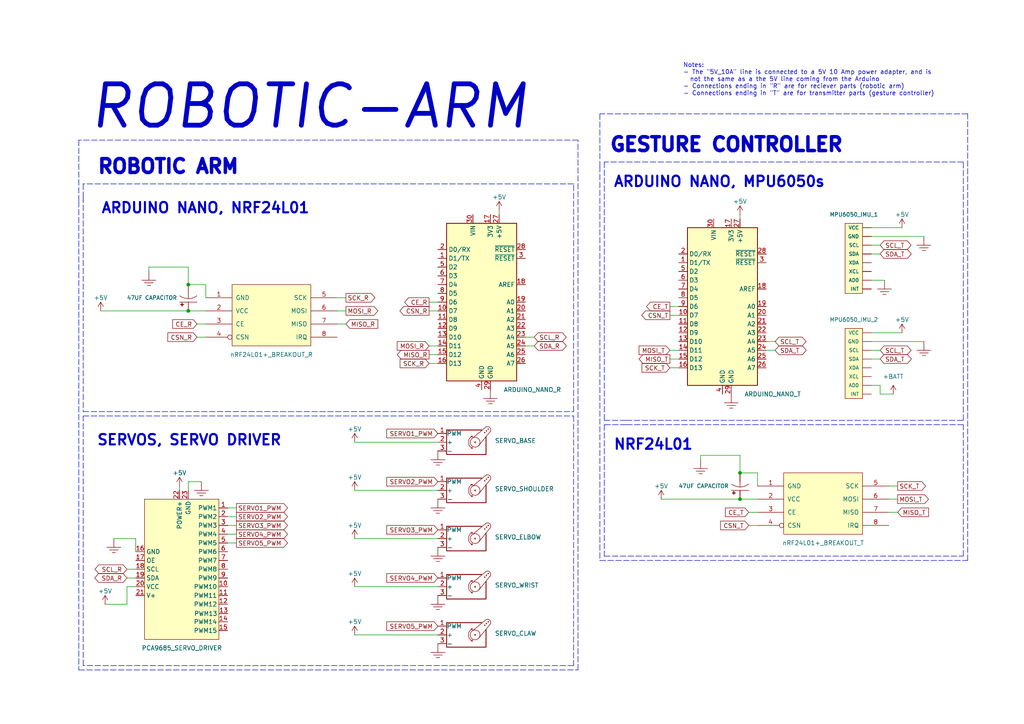
<source format=kicad_sch>
(kicad_sch (version 20211123) (generator eeschema)
  (paper "A4")
  (title_block (title "Robotic-Arm") (date "2023-02-28") (rev "1") (comment 4 "Ashish Agrahari"))
  (lib_symbols
    (symbol "+5V_2" (power) (pin_names (offset 0))
      (property "Value" "+5V_2" (at 0 3.81 0))
      (symbol "+5V_2_0_1"
        (polyline (pts (xy -0.762 1.27) (xy 0 2.54)))
        (polyline (pts (xy 0 0) (xy 0 2.54)))
        (polyline (pts (xy 0 2.54) (xy 0.762 1.27)))
      )
      (symbol "+5V_2_1_1"
        (pin power_in line (at 0 0 90) (length 0) hide (name "+5V") (number "1"))
      )
    )
    (symbol "+5V_3" (power) (pin_names (offset 0))
      (property "Value" "+5V_3" (at 0 3.81 0))
      (symbol "+5V_3_0_1"
        (polyline (pts (xy -0.762 1.27) (xy 0 2.54)))
        (polyline (pts (xy 0 0) (xy 0 2.54)))
        (polyline (pts (xy 0 2.54) (xy 0.762 1.27)))
      )
      (symbol "+5V_3_1_1"
        (pin power_in line (at 0 0 90) (length 0) hide (name "+5V") (number "1"))
      )
    )
    (symbol "+5V_4" (power) (pin_names (offset 0))
      (property "Value" "+5V_4" (at 0 3.81 0))
      (symbol "+5V_4_0_1"
        (polyline (pts (xy -0.762 1.27) (xy 0 2.54)))
        (polyline (pts (xy 0 0) (xy 0 2.54)))
        (polyline (pts (xy 0 2.54) (xy 0.762 1.27)))
      )
      (symbol "+5V_4_1_1"
        (pin power_in line (at 0 0 90) (length 0) hide (name "+5V") (number "1"))
      )
    )
    (symbol "+BATT_2" (power) (pin_names (offset 0))
      (property "Value" "+BATT_2" (at 0 5.08 0))
      (symbol "+BATT_2_0_1"
        (polyline (pts (xy -0.762 1.27) (xy 0 2.54)))
        (polyline (pts (xy 0 0) (xy 0 2.54)))
        (polyline (pts (xy 0 2.54) (xy 0.762 1.27)))
      )
      (symbol "+BATT_2_1_1"
        (pin power_in line (at 0 0 90) (length 0) hide (name "+BATT") (number "1"))
      )
    )
    (symbol "AA_Custom_Components:GND" (power) (pin_numbers hide) (pin_names (offset 1.016) hide)
      (symbol "GND_1_0"
        (polyline (pts (xy -2.032 -2.54) (xy 2.032 -2.54)))
        (polyline (pts (xy -1.27 -3.302) (xy 1.27 -3.302)))
        (polyline (pts (xy -0.508 -4.064) (xy 0.508 -4.064)))
        (polyline (pts (xy 0 0) (xy 0 -2.54)))
      )
      (symbol "GND_1_1"
        (pin power_in line (at 0 0 270) (length 0) hide (name "GND") (number "~"))
      )
    )
    (symbol "AA_Custom_Components:MPU6050_IMU" (pin_numbers hide) (pin_names (offset 1.016))
      (property "Reference" "J" (at -1.27 10.16 0))
      (property "Value" "MPU6050_IMU" (at 0 -15.24 0))
      (symbol "MPU6050_IMU_0_1"
        (rectangle (start -3.81 8.89) (end 1.27 -11.43) (fill (type background)))
      )
      (symbol "MPU6050_IMU_1_1"
        (pin input line (at 3.81 -7.62 180) (length 2.54) (name "AD0") (number "1"))
        (pin input line (at 3.81 -10.16 180) (length 2.54) (name "INT") (number "1"))
        (pin output line (at 3.81 -5.08 180) (length 2.54) (name "XCL") (number "2"))
        (pin passive line (at 3.81 0 180) (length 2.54) (name "SDA") (number "3"))
        (pin passive line (at 3.81 2.54 180) (length 2.54) (name "SCL") (number "4"))
        (pin power_out line (at 3.81 -2.54 180) (length 2.54) (name "XDA") (number "5"))
        (pin power_in line (at 3.81 5.08 180) (length 2.54) (name "GND") (number "6"))
        (pin power_in line (at 3.81 7.62 180) (length 2.54) (name "VCC") (number "7"))
      )
    )
    (symbol "AA_Custom_Components:PCA9685_SERVO_DRIVER"
      (property "Reference" "U" (at 0 0 0))
      (property "Value" "PCA9685_SERVO_DRIVER" (at 0 0 0))
      (symbol "PCA9685_SERVO_DRIVER_0_1"
        (rectangle (start -13.97 -10.16) (end 7.62 -50.8) (fill (type background)))
      )
      (symbol "PCA9685_SERVO_DRIVER_1_1"
        (pin input line (at 10.16 -12.7 180) (length 2.54) (name "PWM1") (number "1"))
        (pin input line (at 10.16 -35.56 180) (length 2.54) (name "PWM10") (number "10"))
        (pin input line (at 10.16 -38.1 180) (length 2.54) (name "PWM11") (number "11"))
        (pin input line (at 10.16 -40.64 180) (length 2.54) (name "PWM12") (number "12"))
        (pin input line (at 10.2446 -43.3471 180) (length 2.54) (name "PWM13") (number "13"))
        (pin input line (at 10.16 -45.72 180) (length 2.54) (name "PWM14") (number "14"))
        (pin input line (at 10.16 -48.26 180) (length 2.54) (name "PWM15") (number "15"))
        (pin input line (at -16.51 -25.4 0) (length 2.54) (name "GND") (number "16"))
        (pin input line (at -16.51 -27.94 0) (length 2.54) (name "OE") (number "17"))
        (pin input line (at -16.51 -30.48 0) (length 2.54) (name "SCL") (number "18"))
        (pin input line (at -16.51 -33.02 0) (length 2.54) (name "SDA") (number "19"))
        (pin input line (at 10.16 -15.24 180) (length 2.54) (name "PWM2") (number "2"))
        (pin input line (at -16.51 -35.56 0) (length 2.54) (name "VCC") (number "20"))
        (pin input line (at -16.51 -38.1 0) (length 2.54) (name "V+") (number "21"))
        (pin input line (at -3.81 -7.62 270) (length 2.54) (name "POWER+") (number "22"))
        (pin input line (at -1.27 -7.62 270) (length 2.54) (name "GND") (number "23"))
        (pin input line (at 10.16 -17.78 180) (length 2.54) (name "PWM3") (number "3"))
        (pin input line (at 10.16 -20.32 180) (length 2.54) (name "PWM4") (number "4"))
        (pin input line (at 10.16 -22.86 180) (length 2.54) (name "PWM5") (number "5"))
        (pin input line (at 10.16 -25.4 180) (length 2.54) (name "PWM6") (number "6"))
        (pin input line (at 10.16 -27.94 180) (length 2.54) (name "PWM7") (number "7"))
        (pin input line (at 10.16 -30.48 180) (length 2.54) (name "PWM8") (number "8"))
        (pin input line (at 10.16 -33.02 180) (length 2.54) (name "PWM9") (number "9"))
      )
    )
    (symbol "AA_Custom_Components:nRF24L01+_BREAKOUT" (pin_names (offset 1.016))
      (property "Reference" "U" (at 0 -7.62 0))
      (property "Value" "nRF24L01+_BREAKOUT" (at 0 7.62 0))
      (symbol "nRF24L01+_BREAKOUT_1_0"
        (rectangle (start -11.43 -8.89) (end 11.43 8.89) (fill (type background)))
      )
      (symbol "nRF24L01+_BREAKOUT_1_1"
        (pin power_in line (at -19.05 5.08 0) (length 7.62) (name "GND") (number "1"))
        (pin power_in line (at -19.05 1.27 0) (length 7.62) (name "VCC") (number "2"))
        (pin input line (at -19.05 -2.54 0) (length 7.62) (name "CE") (number "3"))
        (pin input inverted (at -19.05 -6.35 0) (length 7.62) (name "CSN") (number "4"))
        (pin input line (at 19.05 5.08 180) (length 7.62) (name "SCK") (number "5"))
        (pin input line (at 19.05 1.27 180) (length 7.62) (name "MOSI") (number "6"))
        (pin output line (at 19.05 -2.54 180) (length 7.62) (name "MISO") (number "7"))
        (pin output line (at 19.05 -6.35 180) (length 7.62) (name "IRQ") (number "8"))
      )
    )
    (symbol "MCU_Module:Arduino_Nano_v3.x"
      (property "Reference" "A" (at -10.16 23.495 0))
      (property "Value" "Arduino_Nano_v3.x" (at 5.08 -24.13 0))
      (symbol "Arduino_Nano_v3.x_0_1"
        (rectangle (start -10.16 22.86) (end 10.16 -22.86) (stroke (width 0.254)) (fill (type background)))
      )
      (symbol "Arduino_Nano_v3.x_1_1"
        (pin bidirectional line (at -12.7 12.7 0) (length 2.54) (name "D1/TX") (number "1"))
        (pin bidirectional line (at -12.7 -2.54 0) (length 2.54) (name "D7") (number "10"))
        (pin bidirectional line (at -12.7 -5.08 0) (length 2.54) (name "D8") (number "11"))
        (pin bidirectional line (at -12.7 -7.62 0) (length 2.54) (name "D9") (number "12"))
        (pin bidirectional line (at -12.7 -10.16 0) (length 2.54) (name "D10") (number "13"))
        (pin bidirectional line (at -12.7 -12.7 0) (length 2.54) (name "D11") (number "14"))
        (pin bidirectional line (at -12.7 -15.24 0) (length 2.54) (name "D12") (number "15"))
        (pin bidirectional line (at -12.7 -17.78 0) (length 2.54) (name "D13") (number "16"))
        (pin power_out line (at 2.54 25.4 270) (length 2.54) (name "3V3") (number "17"))
        (pin input line (at 12.7 5.08 180) (length 2.54) (name "AREF") (number "18"))
        (pin bidirectional line (at 12.7 0 180) (length 2.54) (name "A0") (number "19"))
        (pin bidirectional line (at -12.7 15.24 0) (length 2.54) (name "D0/RX") (number "2"))
        (pin bidirectional line (at 12.7 -2.54 180) (length 2.54) (name "A1") (number "20"))
        (pin bidirectional line (at 12.7 -5.08 180) (length 2.54) (name "A2") (number "21"))
        (pin bidirectional line (at 12.7 -7.62 180) (length 2.54) (name "A3") (number "22"))
        (pin bidirectional line (at 12.7 -10.16 180) (length 2.54) (name "A4") (number "23"))
        (pin bidirectional line (at 12.7 -12.7 180) (length 2.54) (name "A5") (number "24"))
        (pin bidirectional line (at 12.7 -15.24 180) (length 2.54) (name "A6") (number "25"))
        (pin bidirectional line (at 12.7 -17.78 180) (length 2.54) (name "A7") (number "26"))
        (pin power_out line (at 5.08 25.4 270) (length 2.54) (name "+5V") (number "27"))
        (pin input line (at 12.7 15.24 180) (length 2.54) (name "~{RESET}") (number "28"))
        (pin power_in line (at 2.54 -25.4 90) (length 2.54) (name "GND") (number "29"))
        (pin input line (at 12.7 12.7 180) (length 2.54) (name "~{RESET}") (number "3"))
        (pin power_in line (at -2.54 25.4 270) (length 2.54) (name "VIN") (number "30"))
        (pin power_in line (at 0 -25.4 90) (length 2.54) (name "GND") (number "4"))
        (pin bidirectional line (at -12.7 10.16 0) (length 2.54) (name "D2") (number "5"))
        (pin bidirectional line (at -12.7 7.62 0) (length 2.54) (name "D3") (number "6"))
        (pin bidirectional line (at -12.7 5.08 0) (length 2.54) (name "D4") (number "7"))
        (pin bidirectional line (at -12.7 2.54 0) (length 2.54) (name "D5") (number "8"))
        (pin bidirectional line (at -12.7 0 0) (length 2.54) (name "D6") (number "9"))
      )
    )
    (symbol "Motor:Motor_Servo" (pin_names (offset 0.0254))
      (property "Reference" "M" (at -5.08 4.445 0))
      (property "Value" "Motor_Servo" (at -5.08 -4.064 0))
      (symbol "Motor_Servo_0_1"
        (polyline (pts (xy 2.413 -1.778) (xy 2.032 -1.778)))
        (polyline (pts (xy 2.413 -1.778) (xy 2.286 -1.397)))
        (polyline (pts (xy 2.413 1.778) (xy 1.905 1.778)))
        (polyline (pts (xy 2.413 1.778) (xy 2.286 1.397)))
        (polyline (pts (xy 6.35 4.445) (xy 2.54 1.27)))
        (polyline (pts (xy 7.62 3.175) (xy 4.191 -1.016)))
        (polyline (pts (xy 5.08 3.556) (xy -5.08 3.556) (xy -5.08 -3.556) (xy 6.35 -3.556) (xy 6.35 1.524)) (stroke (width 0.254)))
        (arc (start 2.413 1.778) (mid 1.2406 0) (end 2.413 -1.778))
        (circle (center 3.175 0) (radius 0.1778))
        (circle (center 3.175 0) (radius 1.4224))
        (circle (center 5.969 2.794) (radius 0.127))
        (circle (center 6.477 3.302) (radius 0.127))
        (circle (center 6.985 3.81) (radius 0.127))
        (arc (start 7.62 3.175) (mid 7.4485 4.2735) (end 6.35 4.445))
      )
      (symbol "Motor_Servo_1_1"
        (pin passive line (at -7.62 2.54 0) (length 2.54) (name "PWM") (number "1"))
        (pin passive line (at -7.62 0 0) (length 2.54) (name "+") (number "2"))
        (pin passive line (at -7.62 -2.54 0) (length 2.54) (name "-") (number "3"))
      )
    )
    (symbol "SparkFun-Capacitors:47UF-POLAR-EIA3528-10V-10%" (pin_numbers hide) (pin_names (offset 1.016) hide)
      (property "Reference" "C" (at 1.016 0.635 0))
      (property "Value" "47UF-POLAR-EIA3528-10V-10%" (at 1.016 -4.191 0))
      (property "Field4" "CAP-08310" (at 0 7.62 0))
      (symbol "47UF-POLAR-EIA3528-10V-10%_1_0"
        (polyline (pts (xy -2.54 0) (xy 2.54 0)))
        (polyline (pts (xy 0 -1.016) (xy 0 -2.54)))
      )
      (symbol "47UF-POLAR-EIA3528-10V-10%_1_1"
        (rectangle (start -2.2352 0.6604) (end -1.3462 0.7874) (fill (type outline)))
        (rectangle (start -1.8542 0.2794) (end -1.7272 1.1684) (fill (type outline)))
        (arc (start 0 -1.016) (mid -1.2939 -1.2289) (end -2.4638 -1.8288))
        (arc (start 2.4892 -1.8542) (mid 1.3167 -1.2157) (end 0 -0.9906))
        (pin passive line (at 0 2.54 270) (length 2.54) (name "+") (number "A"))
        (pin passive line (at 0 -5.08 90) (length 2.54) (name "-") (number "C"))
      )
    )
  )
  (junction (at 54.61 90.17))
  (junction (at 214.63 144.78))
  (junction (at 214.63 137.16))
  (junction (at 54.61 82.55))
  (polyline (pts (xy 175.26 121.92) (xy 181.61 121.92)))
  (polyline (pts (xy 279.4 161.29) (xy 279.4 123.19)))
  (wire (pts (xy 255.27 114.3) (xy 255.27 111.76)))
  (wire (pts (xy 214.63 144.78) (xy 219.71 144.78)))
  (polyline (pts (xy 24.13 119.38) (xy 166.37 119.38)))
  (wire (pts (xy 39.37 156.21) (xy 39.37 160.02)))
  (wire (pts (xy 57.15 93.98) (xy 59.69 93.98)))
  (polyline (pts (xy 173.99 162.56) (xy 280.67 162.56)))
  (wire (pts (xy 154.94 100.33) (xy 152.4 100.33)))
  (wire (pts (xy 194.31 106.68) (xy 196.85 106.68)))
  (wire (pts (xy 252.73 96.52) (xy 261.62 96.52)))
  (polyline (pts (xy 181.61 123.19) (xy 175.26 123.19)))
  (polyline (pts (xy 279.4 46.99) (xy 175.26 46.99)))
  (wire (pts (xy 214.63 132.08) (xy 214.63 137.16)))
  (wire (pts (xy 54.61 139.7) (xy 58.42 139.7)))
  (wire (pts (xy 57.15 97.79) (xy 59.69 97.79)))
  (wire (pts (xy 203.2 132.08) (xy 203.2 133.35)))
  (wire (pts (xy 214.63 62.23) (xy 214.63 63.5)))
  (polyline (pts (xy 280.67 33.02) (xy 173.99 33.02)))
  (wire (pts (xy 36.83 165.1) (xy 39.37 165.1)))
  (wire (pts (xy 97.79 90.17) (xy 100.33 90.17)))
  (polyline (pts (xy 175.26 123.19) (xy 175.26 161.29)))
  (polyline (pts (xy 22.86 40.64) (xy 22.86 58.42)))
  (wire (pts (xy 29.21 90.17) (xy 54.61 90.17)))
  (wire (pts (xy 224.79 101.6) (xy 222.25 101.6)))
  (wire (pts (xy 194.31 104.14) (xy 196.85 104.14)))
  (wire (pts (xy 252.73 71.12) (xy 255.27 71.12)))
  (polyline (pts (xy 24.13 57.15) (xy 24.13 119.38)))
  (polyline (pts (xy 279.4 123.19) (xy 181.61 123.19)))
  (polyline (pts (xy 167.64 40.64) (xy 22.86 40.64)))
  (wire (pts (xy 59.69 86.36) (xy 59.69 82.55)))
  (wire (pts (xy 259.08 114.3) (xy 255.27 114.3)))
  (polyline (pts (xy 280.67 162.56) (xy 280.67 33.02)))
  (wire (pts (xy 102.87 184.15) (xy 127 184.15)))
  (polyline (pts (xy 279.4 121.92) (xy 279.4 46.99)))
  (wire (pts (xy 257.81 144.78) (xy 260.35 144.78)))
  (wire (pts (xy 97.79 93.98) (xy 100.33 93.98)))
  (polyline (pts (xy 22.86 194.31) (xy 167.64 194.31)))
  (wire (pts (xy 102.87 156.21) (xy 127 156.21)))
  (wire (pts (xy 257.81 148.59) (xy 260.35 148.59)))
  (wire (pts (xy 154.94 97.79) (xy 152.4 97.79)))
  (polyline (pts (xy 166.37 193.04) (xy 24.13 193.04)))
  (wire (pts (xy 124.46 102.87) (xy 127 102.87)))
  (wire (pts (xy 124.46 105.41) (xy 127 105.41)))
  (wire (pts (xy 66.04 157.48) (xy 68.58 157.48)))
  (wire (pts (xy 217.17 152.4) (xy 219.71 152.4)))
  (wire (pts (xy 194.31 88.9) (xy 196.85 88.9)))
  (wire (pts (xy 252.73 68.58) (xy 267.97 68.58)))
  (wire (pts (xy 124.46 87.63) (xy 127 87.63)))
  (wire (pts (xy 214.63 137.16) (xy 219.71 137.16)))
  (wire (pts (xy 252.73 66.04) (xy 261.62 66.04)))
  (wire (pts (xy 252.73 99.06) (xy 267.97 99.06)))
  (wire (pts (xy 224.79 99.06) (xy 222.25 99.06)))
  (polyline (pts (xy 175.26 46.99) (xy 175.26 121.92)))
  (wire (pts (xy 194.31 101.6) (xy 196.85 101.6)))
  (wire (pts (xy 97.79 86.36) (xy 100.33 86.36)))
  (polyline (pts (xy 166.37 120.65) (xy 166.37 191.77)))
  (wire (pts (xy 124.46 100.33) (xy 127 100.33)))
  (wire (pts (xy 33.02 156.21) (xy 39.37 156.21)))
  (wire (pts (xy 124.46 90.17) (xy 127 90.17)))
  (wire (pts (xy 219.71 140.97) (xy 219.71 137.16)))
  (wire (pts (xy 43.18 77.47) (xy 43.18 78.74)))
  (polyline (pts (xy 24.13 193.04) (xy 24.13 120.65)))
  (wire (pts (xy 36.83 175.26) (xy 36.83 170.18)))
  (wire (pts (xy 30.48 175.26) (xy 36.83 175.26)))
  (wire (pts (xy 102.87 142.24) (xy 127 142.24)))
  (wire (pts (xy 257.81 140.97) (xy 260.35 140.97)))
  (wire (pts (xy 252.73 101.6) (xy 255.27 101.6)))
  (wire (pts (xy 252.73 81.28) (xy 256.54 81.28)))
  (wire (pts (xy 191.77 144.78) (xy 214.63 144.78)))
  (wire (pts (xy 194.31 91.44) (xy 196.85 91.44)))
  (polyline (pts (xy 22.86 58.42) (xy 22.86 194.31)))
  (wire (pts (xy 252.73 73.66) (xy 255.27 73.66)))
  (wire (pts (xy 43.18 77.47) (xy 54.61 77.47)))
  (wire (pts (xy 68.58 154.94) (xy 66.04 154.94)))
  (polyline (pts (xy 166.37 53.34) (xy 24.13 53.34)))
  (polyline (pts (xy 173.99 48.26) (xy 173.99 162.56)))
  (wire (pts (xy 52.07 140.97) (xy 52.07 142.24)))
  (polyline (pts (xy 24.13 53.34) (xy 24.13 58.42)))
  (wire (pts (xy 54.61 90.17) (xy 59.69 90.17)))
  (wire (pts (xy 217.17 148.59) (xy 219.71 148.59)))
  (polyline (pts (xy 167.64 194.31) (xy 167.64 40.64)))
  (polyline (pts (xy 181.61 121.92) (xy 279.4 121.92)))
  (wire (pts (xy 54.61 77.47) (xy 54.61 82.55)))
  (wire (pts (xy 54.61 82.55) (xy 59.69 82.55)))
  (polyline (pts (xy 173.99 33.02) (xy 173.99 48.26)))
  (wire (pts (xy 144.78 60.96) (xy 144.78 62.23)))
  (wire (pts (xy 102.87 128.27) (xy 127 128.27)))
  (wire (pts (xy 68.58 149.86) (xy 66.04 149.86)))
  (wire (pts (xy 102.87 170.18) (xy 127 170.18)))
  (wire (pts (xy 203.2 132.08) (xy 214.63 132.08)))
  (wire (pts (xy 36.83 170.18) (xy 39.37 170.18)))
  (wire (pts (xy 36.83 167.64) (xy 39.37 167.64)))
  (wire (pts (xy 54.61 142.24) (xy 54.61 139.7)))
  (wire (pts (xy 68.58 147.32) (xy 66.04 147.32)))
  (wire (pts (xy 255.27 111.76) (xy 252.73 111.76)))
  (polyline (pts (xy 166.37 191.77) (xy 166.37 193.04)))
  (wire (pts (xy 68.58 152.4) (xy 66.04 152.4)))
  (polyline (pts (xy 166.37 119.38) (xy 166.37 53.34)))
  (polyline (pts (xy 24.13 120.65) (xy 166.37 120.65)))
  (polyline (pts (xy 175.26 161.29) (xy 279.4 161.29)))
  (wire (pts (xy 252.73 104.14) (xy 255.27 104.14)))
  (text "SERVOS, SERVO DRIVER" (at 27.94 129.54 0) (effects (font (size 3 3) (thickness 0.6) bold) (justify left bottom)))
  (text "ARDUINO NANO, MPU6050s" (at 177.8 54.61 0) (effects (font (size 3 3) (thickness 0.6) bold) (justify left bottom)))
  (text "ROBOTIC-ARM" (at 25.4 38.1 0) (effects (font (size 12 12) (thickness 1.4) bold italic) (justify left bottom)))
  (text "NRF24L01" (at 177.8 130.81 0) (effects (font (size 3 3) (thickness 0.6) bold) (justify left bottom)))
  (text "ROBOTIC ARM" (at 27.94 50.8 0) (effects (font (size 4 4) (thickness 1) bold) (justify left bottom)))
  (text "ARDUINO NANO, NRF24L01" (at 29.21 62.23 0) (effects (font (size 3 3) (thickness 0.6) bold) (justify left bottom)))
  (text "GESTURE CONTROLLER" (at 176.53 44.45 0) (effects (font (size 4 4) (thickness 1) bold) (justify left bottom)))
  (text "Notes: \n- The \"5V_10A\" line is connected to a 5V 10 Amp power adapter, and is \n  not the same as a the 5V line coming from the Arduino\n- Connections ending in \"R\" are for reciever parts (robotic arm)\n- Connections ending in \"T\" are for transmitter parts (gesture controller)" (at 198.12 27.94 0) (effects (font (size 1.27 1.27)) (justify left bottom)))
  (global_label "CSN_R" (shape output) (at 124.46 90.17 180) (property "Intersheet References" "${INTERSHEET_REFS}" (effects hide)))
  (global_label "MISO_R" (shape input) (at 100.33 93.98 0) (property "Intersheet References" "${INTERSHEET_REFS}" (effects hide)))
  (global_label "MISO_T" (shape output) (at 194.31 104.14 180) (property "Intersheet References" "${INTERSHEET_REFS}" (effects hide)))
  (global_label "SERVO4_PWM" (shape output) (at 68.58 154.94 0) (property "Intersheet References" "${INTERSHEET_REFS}" (effects hide)))
  (global_label "CSN_T" (shape input) (at 217.17 152.4 180) (property "Intersheet References" "${INTERSHEET_REFS}" (effects hide)))
  (global_label "SERVO4_PWM" (shape input) (at 127 167.64 180) (property "Intersheet References" "${INTERSHEET_REFS}" (effects hide)))
  (global_label "SDA_T" (shape bidirectional) (at 255.27 73.66 0) (property "Intersheet References" "${INTERSHEET_REFS}" (effects hide)))
  (global_label "MOSI_R" (shape input) (at 124.46 100.33 180) (property "Intersheet References" "${INTERSHEET_REFS}" (effects hide)))
  (global_label "MOSI_T" (shape output) (at 260.35 144.78 0) (property "Intersheet References" "${INTERSHEET_REFS}" (effects hide)))
  (global_label "CE_R" (shape output) (at 124.46 87.63 180) (property "Intersheet References" "${INTERSHEET_REFS}" (effects hide)))
  (global_label "SCK_T" (shape input) (at 194.31 106.68 180) (property "Intersheet References" "${INTERSHEET_REFS}" (effects hide)))
  (global_label "SERVO5_PWM" (shape input) (at 127 181.61 180) (property "Intersheet References" "${INTERSHEET_REFS}" (effects hide)))
  (global_label "SCK_R" (shape output) (at 100.33 86.36 0) (property "Intersheet References" "${INTERSHEET_REFS}" (effects hide)))
  (global_label "SERVO2_PWM" (shape output) (at 68.58 149.86 0) (property "Intersheet References" "${INTERSHEET_REFS}" (effects hide)))
  (global_label "SDA_R" (shape bidirectional) (at 36.83 167.64 180) (property "Intersheet References" "${INTERSHEET_REFS}" (effects hide)))
  (global_label "SCL_R" (shape bidirectional) (at 154.94 97.79 0) (property "Intersheet References" "${INTERSHEET_REFS}" (effects hide)))
  (global_label "CSN_R" (shape input) (at 57.15 97.79 180) (property "Intersheet References" "${INTERSHEET_REFS}" (effects hide)))
  (global_label "SCK_R" (shape input) (at 124.46 105.41 180) (property "Intersheet References" "${INTERSHEET_REFS}" (effects hide)))
  (global_label "CE_T" (shape output) (at 194.31 88.9 180) (property "Intersheet References" "${INTERSHEET_REFS}" (effects hide)))
  (global_label "CE_T" (shape input) (at 217.17 148.59 180) (property "Intersheet References" "${INTERSHEET_REFS}" (effects hide)))
  (global_label "SERVO3_PWM" (shape input) (at 127 153.67 180) (property "Intersheet References" "${INTERSHEET_REFS}" (effects hide)))
  (global_label "MISO_R" (shape output) (at 124.46 102.87 180) (property "Intersheet References" "${INTERSHEET_REFS}" (effects hide)))
  (global_label "SERVO3_PWM" (shape output) (at 68.58 152.4 0) (property "Intersheet References" "${INTERSHEET_REFS}" (effects hide)))
  (global_label "SDA_T" (shape bidirectional) (at 255.27 104.14 0) (property "Intersheet References" "${INTERSHEET_REFS}" (effects hide)))
  (global_label "SERVO1_PWM" (shape output) (at 68.58 147.32 0) (property "Intersheet References" "${INTERSHEET_REFS}" (effects hide)))
  (global_label "CSN_T" (shape output) (at 194.31 91.44 180) (property "Intersheet References" "${INTERSHEET_REFS}" (effects hide)))
  (global_label "SDA_R" (shape bidirectional) (at 154.94 100.33 0) (property "Intersheet References" "${INTERSHEET_REFS}" (effects hide)))
  (global_label "SERVO5_PWM" (shape output) (at 68.58 157.48 0) (property "Intersheet References" "${INTERSHEET_REFS}" (effects hide)))
  (global_label "SCL_T" (shape bidirectional) (at 255.27 101.6 0) (property "Intersheet References" "${INTERSHEET_REFS}" (effects hide)))
  (global_label "CE_R" (shape input) (at 57.15 93.98 180) (property "Intersheet References" "${INTERSHEET_REFS}" (effects hide)))
  (global_label "MISO_T" (shape input) (at 260.35 148.59 0) (property "Intersheet References" "${INTERSHEET_REFS}" (effects hide)))
  (global_label "SERVO2_PWM" (shape input) (at 127 139.7 180) (property "Intersheet References" "${INTERSHEET_REFS}" (effects hide)))
  (global_label "SCK_T" (shape output) (at 260.35 140.97 0) (property "Intersheet References" "${INTERSHEET_REFS}" (effects hide)))
  (global_label "MOSI_T" (shape input) (at 194.31 101.6 180) (property "Intersheet References" "${INTERSHEET_REFS}" (effects hide)))
  (global_label "SCL_R" (shape bidirectional) (at 36.83 165.1 180) (property "Intersheet References" "${INTERSHEET_REFS}" (effects hide)))
  (global_label "SCL_T" (shape bidirectional) (at 255.27 71.12 0) (property "Intersheet References" "${INTERSHEET_REFS}" (effects hide)))
  (global_label "SERVO1_PWM" (shape input) (at 127 125.73 180) (property "Intersheet References" "${INTERSHEET_REFS}" (effects hide)))
  (global_label "SDA_T" (shape bidirectional) (at 224.79 101.6 0) (property "Intersheet References" "${INTERSHEET_REFS}" (effects hide)))
  (global_label "MOSI_R" (shape output) (at 100.33 90.17 0) (property "Intersheet References" "${INTERSHEET_REFS}" (effects hide)))
  (global_label "SCL_T" (shape bidirectional) (at 224.79 99.06 0) (property "Intersheet References" "${INTERSHEET_REFS}" (effects hide)))
  (symbol (lib_name "+5V_2") (lib_id "power:+5V") (at 102.87 184.15 0) (unit 1)
    (property "Reference" "#PWR?" (effects hide))
    (property "Value" "+5V_10A" (at 102.87 180.34 0))
  )
  (symbol (lib_id "AA_Custom_Components:nRF24L01+_BREAKOUT") (at 238.76 146.05 0) (unit 1)
    (property "Reference" "U?" (effects hide))
    (property "Value" "nRF24L01+_BREAKOUT_T" (at 238.76 157.48 0))
    (property "Footprint" "MODULE" (effects hide))
    (property "Datasheet" "DOCUMENTATION" (effects hide))
  )
  (symbol (lib_id "AA_Custom_Components:GND") (at 127 172.72 0) (unit 1)
    (property "Reference" "#GND?" (effects hide))
    (property "Value" "GND" (effects hide))
    (property "Footprint" "XXX-00000" (effects hide))
  )
  (symbol (lib_id "AA_Custom_Components:GND") (at 203.2 133.35 0) (unit 1)
    (property "Reference" "#GND?" (effects hide))
    (property "Value" "GND" (effects hide))
    (property "Footprint" "XXX-00000" (effects hide))
  )
  (symbol (lib_id "MCU_Module:Arduino_Nano_v3.x") (at 209.55 88.9 0) (unit 1)
    (property "Reference" "A?" (effects hide))
    (property "Value" "ARDUINO_NANO_T" (at 215.9 114.3 0) (effects (justify left)))
    (property "Footprint" "Module:Arduino_Nano" (effects hide))
    (property "Datasheet" "http://www.mouser.com/pdfdocs/Gravitech_Arduino_Nano3_0.pdf" (effects hide))
  )
  (symbol (lib_id "Motor:Motor_Servo") (at 134.62 156.21 0) (unit 1)
    (property "Reference" "M?" (effects hide))
    (property "Value" "SERVO_ELBOW" (at 143.51 155.7765 0) (effects (justify left)))
    (property "Datasheet" "http://forums.parallax.com/uploads/attachments/46831/74481.png" (effects hide))
  )
  (symbol (lib_name "+5V_4") (lib_id "power:+5V") (at 261.62 66.04 0) (unit 1)
    (property "Reference" "#PWR?" (effects hide))
    (property "Value" "+5V_T" (at 261.62 62.23 0))
  )
  (symbol (lib_id "AA_Custom_Components:nRF24L01+_BREAKOUT") (at 78.74 91.44 0) (unit 1)
    (property "Reference" "U?" (effects hide))
    (property "Value" "nRF24L01+_BREAKOUT_R" (at 78.74 102.87 0))
    (property "Footprint" "MODULE" (effects hide))
    (property "Datasheet" "DOCUMENTATION" (effects hide))
  )
  (symbol (lib_id "AA_Custom_Components:GND") (at 127 144.78 0) (unit 1)
    (property "Reference" "#GND?" (effects hide))
    (property "Value" "GND" (effects hide))
    (property "Footprint" "XXX-00000" (effects hide))
  )
  (symbol (lib_name "+5V_4") (lib_id "power:+5V") (at 191.77 144.78 0) (unit 1)
    (property "Reference" "#PWR?" (effects hide))
    (property "Value" "+5V_T" (at 191.77 140.97 0))
  )
  (symbol (lib_name "+5V_2") (lib_id "power:+5V") (at 102.87 156.21 0) (unit 1)
    (property "Reference" "#PWR?" (effects hide))
    (property "Value" "+5V_10A" (at 102.87 152.4 0))
  )
  (symbol (lib_id "AA_Custom_Components:GND") (at 267.97 99.06 0) (unit 1)
    (property "Reference" "#GND?" (effects hide))
    (property "Value" "GND" (effects hide))
    (property "Footprint" "XXX-00000" (effects hide))
  )
  (symbol (lib_id "Motor:Motor_Servo") (at 134.62 184.15 0) (unit 1)
    (property "Reference" "M?" (effects hide))
    (property "Value" "SERVO_CLAW" (at 143.51 183.7165 0) (effects (justify left)))
    (property "Datasheet" "http://forums.parallax.com/uploads/attachments/46831/74481.png" (effects hide))
  )
  (symbol (lib_id "SparkFun-Capacitors:47UF-POLAR-EIA3528-10V-10%") (at 214.63 142.24 0) (mirror x) (unit 1)
    (property "Reference" "C?" (effects hide))
    (property "Value" "47UF CAPACITOR" (at 211.3788 140.97 0) (effects (font (size 1.143 1.143)) (justify right)))
    (property "Footprint" "EIA3528" (effects hide))
    (property "Field4" "CAP-08310" (effects hide))
  )
  (symbol (lib_name "+5V_2") (lib_id "power:+5V") (at 102.87 128.27 0) (unit 1)
    (property "Reference" "#PWR?" (effects hide))
    (property "Value" "+5V_10A" (at 102.87 124.46 0))
  )
  (symbol (lib_id "Motor:Motor_Servo") (at 134.62 128.27 0) (unit 1)
    (property "Reference" "M?" (effects hide))
    (property "Value" "SERVO_BASE" (at 143.51 127.8365 0) (effects (justify left)))
    (property "Datasheet" "http://forums.parallax.com/uploads/attachments/46831/74481.png" (effects hide))
  )
  (symbol (lib_id "Motor:Motor_Servo") (at 134.62 142.24 0) (unit 1)
    (property "Reference" "M?" (effects hide))
    (property "Value" "SERVO_SHOULDER" (at 143.51 141.8065 0) (effects (justify left)))
    (property "Datasheet" "http://forums.parallax.com/uploads/attachments/46831/74481.png" (effects hide))
  )
  (symbol (lib_id "AA_Custom_Components:GND") (at 43.18 78.74 0) (unit 1)
    (property "Reference" "#GND?" (effects hide))
    (property "Value" "GND" (effects hide))
    (property "Footprint" "XXX-00000" (effects hide))
  )
  (symbol (lib_id "MCU_Module:Arduino_Nano_v3.x") (at 139.7 87.63 0) (unit 1)
    (property "Reference" "A?" (effects hide))
    (property "Value" "ARDUINO_NANO_R" (at 146.05 113.03 0) (effects (justify left)))
    (property "Footprint" "Module:Arduino_Nano" (effects hide))
    (property "Datasheet" "http://www.mouser.com/pdfdocs/Gravitech_Arduino_Nano3_0.pdf" (effects hide))
  )
  (symbol (lib_name "+5V_3") (lib_id "power:+5V") (at 29.21 90.17 0) (unit 1)
    (property "Reference" "#PWR?" (effects hide))
    (property "Value" "+5V_R" (at 29.21 86.36 0))
  )
  (symbol (lib_name "+5V_3") (lib_id "power:+5V") (at 30.48 175.26 0) (unit 1)
    (property "Reference" "#PWR?" (effects hide))
    (property "Value" "+5V_R" (at 30.48 171.45 0))
  )
  (symbol (lib_id "AA_Custom_Components:GND") (at 127 130.81 0) (unit 1)
    (property "Reference" "#GND?" (effects hide))
    (property "Value" "GND" (effects hide))
    (property "Footprint" "XXX-00000" (effects hide))
  )
  (symbol (lib_id "AA_Custom_Components:GND") (at 267.97 68.58 0) (unit 1)
    (property "Reference" "#GND?" (effects hide))
    (property "Value" "GND" (effects hide))
    (property "Footprint" "XXX-00000" (effects hide))
  )
  (symbol (lib_id "AA_Custom_Components:MPU6050_IMU") (at 248.92 73.66 0) (unit 1)
    (property "Reference" "J?" (effects hide))
    (property "Value" "MPU6050_IMU_1" (at 247.65 62.23 0) (effects (font (size 1.143 1.143))))
  )
  (symbol (lib_id "AA_Custom_Components:MPU6050_IMU") (at 248.92 104.14 0) (unit 1)
    (property "Reference" "J?" (effects hide))
    (property "Value" "MPU6050_IMU_2" (at 247.65 92.71 0) (effects (font (size 1.143 1.143))))
  )
  (symbol (lib_id "AA_Custom_Components:GND") (at 127 186.69 0) (unit 1)
    (property "Reference" "#GND?" (effects hide))
    (property "Value" "GND" (effects hide))
    (property "Footprint" "XXX-00000" (effects hide))
  )
  (symbol (lib_id "AA_Custom_Components:GND") (at 33.02 156.21 0) (unit 1)
    (property "Reference" "#GND?" (effects hide))
    (property "Value" "GND" (effects hide))
    (property "Footprint" "XXX-00000" (effects hide))
  )
  (symbol (lib_name "+BATT_2") (lib_id "power:+BATT") (at 259.08 114.3 0) (unit 1)
    (property "Reference" "#PWR?" (effects hide))
    (property "Value" "+5V" (at 259.08 109.22 0))
  )
  (symbol (lib_id "Motor:Motor_Servo") (at 134.62 170.18 0) (unit 1)
    (property "Reference" "M?" (effects hide))
    (property "Value" "SERVO_WRIST" (at 143.51 169.7465 0) (effects (justify left)))
    (property "Datasheet" "http://forums.parallax.com/uploads/attachments/46831/74481.png" (effects hide))
  )
  (symbol (lib_name "+5V_4") (lib_id "power:+5V") (at 214.63 62.23 0) (unit 1)
    (property "Reference" "#PWR?" (effects hide))
    (property "Value" "+5V_T" (at 214.63 58.42 0))
  )
  (symbol (lib_name "+5V_2") (lib_id "power:+5V") (at 52.07 140.97 0) (unit 1)
    (property "Reference" "#PWR?" (effects hide))
    (property "Value" "+5V_10A" (at 52.07 137.16 0))
  )
  (symbol (lib_id "AA_Custom_Components:GND") (at 127 158.75 0) (unit 1)
    (property "Reference" "#GND?" (effects hide))
    (property "Value" "GND" (effects hide))
    (property "Footprint" "XXX-00000" (effects hide))
  )
  (symbol (lib_id "AA_Custom_Components:GND") (at 58.42 139.7 0) (unit 1)
    (property "Reference" "#GND?" (effects hide))
    (property "Value" "GND" (effects hide))
    (property "Footprint" "XXX-00000" (effects hide))
  )
  (symbol (lib_id "AA_Custom_Components:PCA9685_SERVO_DRIVER") (at 55.88 134.62 0) (unit 1)
    (property "Reference" "U?" (effects hide))
    (property "Value" "PCA9685_SERVO_DRIVER" (at 52.7473 187.96 0))
  )
  (symbol (lib_name "+5V_2") (lib_id "power:+5V") (at 102.87 142.24 0) (unit 1)
    (property "Reference" "#PWR?" (effects hide))
    (property "Value" "+5V_10A" (at 102.87 138.43 0))
  )
  (symbol (lib_id "AA_Custom_Components:GND") (at 142.24 113.03 0) (unit 1)
    (property "Reference" "#GND?" (effects hide))
    (property "Value" "GND" (effects hide))
    (property "Footprint" "XXX-00000" (effects hide))
  )
  (symbol (lib_id "AA_Custom_Components:GND") (at 256.54 81.28 0) (unit 1)
    (property "Reference" "#GND?" (effects hide))
    (property "Value" "GND" (effects hide))
    (property "Footprint" "XXX-00000" (effects hide))
  )
  (symbol (lib_name "+5V_3") (lib_id "power:+5V") (at 144.78 60.96 0) (unit 1)
    (property "Reference" "#PWR?" (effects hide))
    (property "Value" "+5V_R" (at 144.78 57.15 0))
  )
  (symbol (lib_name "+5V_4") (lib_id "power:+5V") (at 261.62 96.52 0) (unit 1)
    (property "Reference" "#PWR?" (effects hide))
    (property "Value" "+5V_T" (at 261.62 92.71 0))
  )
  (symbol (lib_id "SparkFun-Capacitors:47UF-POLAR-EIA3528-10V-10%") (at 54.61 87.63 0) (mirror x) (unit 1)
    (property "Reference" "C?" (effects hide))
    (property "Value" "47UF CAPACITOR" (at 51.3588 86.36 0) (effects (font (size 1.143 1.143)) (justify right)))
    (property "Footprint" "EIA3528" (effects hide))
    (property "Field4" "CAP-08310" (effects hide))
  )
  (symbol (lib_name "+5V_2") (lib_id "power:+5V") (at 102.87 170.18 0) (unit 1)
    (property "Reference" "#PWR?" (effects hide))
    (property "Value" "+5V_10A" (at 102.87 166.37 0))
  )
  (symbol (lib_id "AA_Custom_Components:GND") (at 212.09 114.3 0) (unit 1)
    (property "Reference" "#GND?" (effects hide))
    (property "Value" "GND" (effects hide))
    (property "Footprint" "XXX-00000" (effects hide))
  )
)
</source>
